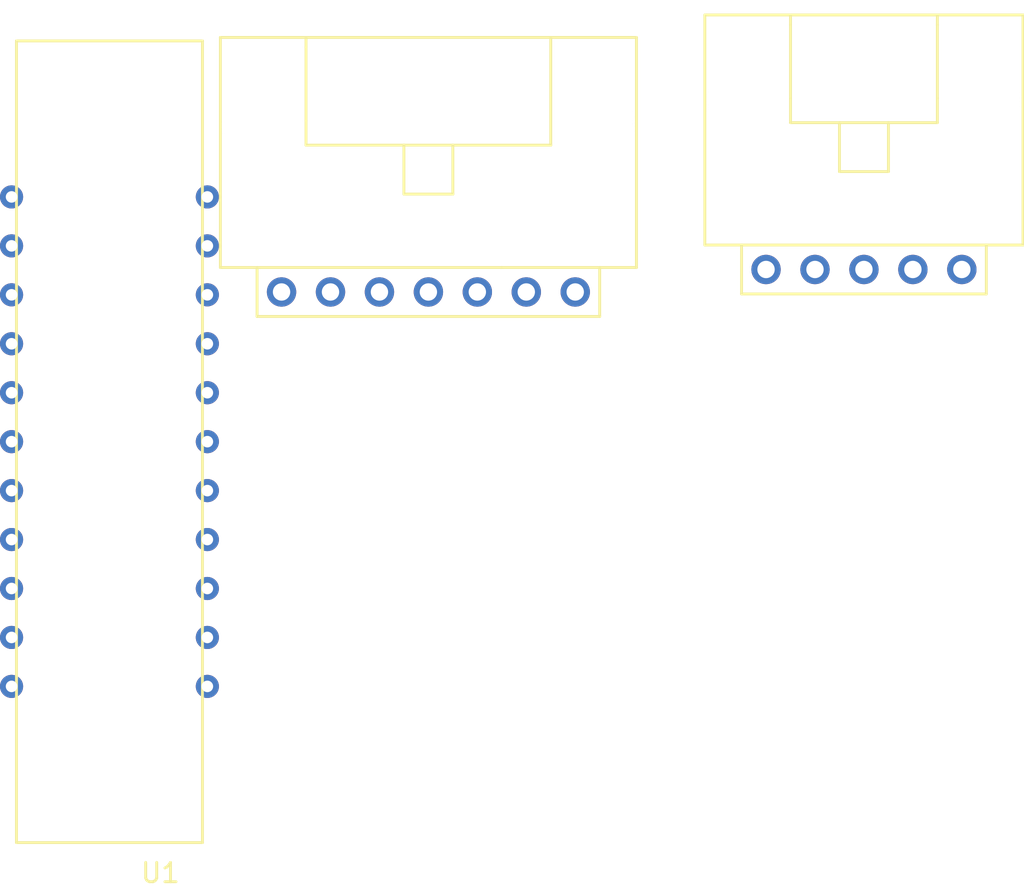
<source format=kicad_pcb>
(kicad_pcb (version 20171130) (host pcbnew "(5.0.2)-1")

  (general
    (thickness 1.6)
    (drawings 0)
    (tracks 0)
    (zones 0)
    (modules 3)
    (nets 9)
  )

  (page A4)
  (layers
    (0 F.Cu signal)
    (31 B.Cu signal)
    (32 B.Adhes user)
    (33 F.Adhes user)
    (34 B.Paste user)
    (35 F.Paste user)
    (36 B.SilkS user)
    (37 F.SilkS user)
    (38 B.Mask user)
    (39 F.Mask user)
    (40 Dwgs.User user)
    (41 Cmts.User user)
    (42 Eco1.User user)
    (43 Eco2.User user)
    (44 Edge.Cuts user)
    (45 Margin user)
    (46 B.CrtYd user)
    (47 F.CrtYd user)
    (48 B.Fab user)
    (49 F.Fab user)
  )

  (setup
    (last_trace_width 0.25)
    (trace_clearance 0.2)
    (zone_clearance 0.508)
    (zone_45_only no)
    (trace_min 0.2)
    (segment_width 0.2)
    (edge_width 0.15)
    (via_size 0.8)
    (via_drill 0.4)
    (via_min_size 0.4)
    (via_min_drill 0.3)
    (uvia_size 0.3)
    (uvia_drill 0.1)
    (uvias_allowed no)
    (uvia_min_size 0.2)
    (uvia_min_drill 0.1)
    (pcb_text_width 0.3)
    (pcb_text_size 1.5 1.5)
    (mod_edge_width 0.15)
    (mod_text_size 1 1)
    (mod_text_width 0.15)
    (pad_size 1.524 1.524)
    (pad_drill 0.762)
    (pad_to_mask_clearance 0.051)
    (solder_mask_min_width 0.25)
    (aux_axis_origin 0 0)
    (visible_elements 7FFFFFFF)
    (pcbplotparams
      (layerselection 0x010fc_ffffffff)
      (usegerberextensions false)
      (usegerberattributes false)
      (usegerberadvancedattributes false)
      (creategerberjobfile false)
      (excludeedgelayer true)
      (linewidth 0.100000)
      (plotframeref false)
      (viasonmask false)
      (mode 1)
      (useauxorigin false)
      (hpglpennumber 1)
      (hpglpenspeed 20)
      (hpglpendiameter 15.000000)
      (psnegative false)
      (psa4output false)
      (plotreference true)
      (plotvalue true)
      (plotinvisibletext false)
      (padsonsilk false)
      (subtractmaskfromsilk false)
      (outputformat 1)
      (mirror false)
      (drillshape 1)
      (scaleselection 1)
      (outputdirectory ""))
  )

  (net 0 "")
  (net 1 Sync2)
  (net 2 Sync1)
  (net 3 +3V3)
  (net 4 ICG)
  (net 5 SH)
  (net 6 M)
  (net 7 GND)
  (net 8 OS)

  (net_class Default "This is the default net class."
    (clearance 0.2)
    (trace_width 0.25)
    (via_dia 0.8)
    (via_drill 0.4)
    (uvia_dia 0.3)
    (uvia_drill 0.1)
    (add_net +3V3)
    (add_net GND)
    (add_net ICG)
    (add_net M)
    (add_net OS)
    (add_net SH)
    (add_net Sync1)
    (add_net Sync2)
  )

  (module MRDT_Connectors:MOLEX_SL_07_Horizontal (layer F.Cu) (tedit 5C22EB1C) (tstamp 5C90A893)
    (at 153.294001 62.482801)
    (path /5C83E06D)
    (fp_text reference Conn2 (at -6.35 2.54) (layer F.SilkS) hide
      (effects (font (size 1 1) (thickness 0.15)))
    )
    (fp_text value Molex_SL_07 (at 0 2.54) (layer F.Fab)
      (effects (font (size 1 1) (thickness 0.15)))
    )
    (fp_line (start -6.35 -13.208) (end -6.35 -12.7) (layer F.SilkS) (width 0.15))
    (fp_line (start -10.795 -13.208) (end 10.795 -13.208) (layer F.SilkS) (width 0.15))
    (fp_line (start -10.795 -1.27) (end -10.795 -13.208) (layer F.SilkS) (width 0.15))
    (fp_line (start 10.795 -1.27) (end 10.795 -13.208) (layer F.SilkS) (width 0.15))
    (fp_line (start 3.81 -1.27) (end 10.795 -1.27) (layer F.SilkS) (width 0.15))
    (fp_line (start -8.89 -1.27) (end -10.795 -1.27) (layer F.SilkS) (width 0.15))
    (fp_line (start -6.35 -8.89) (end -6.35 -7.62) (layer F.SilkS) (width 0.15))
    (fp_line (start -6.35 -7.62) (end 6.35 -7.62) (layer F.SilkS) (width 0.15))
    (fp_line (start 6.35 -7.62) (end 6.35 -13.208) (layer F.SilkS) (width 0.15))
    (fp_line (start -6.35 -8.89) (end -6.35 -12.7) (layer F.SilkS) (width 0.15))
    (fp_line (start -1.27 -7.62) (end -1.27 -5.08) (layer F.SilkS) (width 0.15))
    (fp_line (start -1.27 -5.08) (end 1.27 -5.08) (layer F.SilkS) (width 0.15))
    (fp_line (start 1.27 -5.08) (end 1.27 -7.62) (layer F.SilkS) (width 0.15))
    (fp_line (start -8.89 -1.27) (end 3.81 -1.27) (layer F.SilkS) (width 0.15))
    (fp_line (start 8.89 -1.27) (end 8.89 1.27) (layer F.SilkS) (width 0.15))
    (fp_line (start 8.89 1.27) (end -8.89 1.27) (layer F.SilkS) (width 0.15))
    (fp_line (start -8.89 1.27) (end -8.89 -1.27) (layer F.SilkS) (width 0.15))
    (pad 1 thru_hole circle (at -7.62 0) (size 1.524 1.524) (drill 0.9) (layers *.Cu *.Mask)
      (net 3 +3V3))
    (pad 2 thru_hole circle (at -5.08 0) (size 1.524 1.524) (drill 0.9) (layers *.Cu *.Mask)
      (net 1 Sync2))
    (pad 3 thru_hole circle (at -2.54 0) (size 1.524 1.524) (drill 0.9) (layers *.Cu *.Mask)
      (net 2 Sync1))
    (pad 4 thru_hole circle (at 0 0) (size 1.524 1.524) (drill 0.9) (layers *.Cu *.Mask)
      (net 4 ICG))
    (pad 5 thru_hole circle (at 2.54 0) (size 1.524 1.524) (drill 0.9) (layers *.Cu *.Mask)
      (net 5 SH))
    (pad "" np_thru_hole circle (at -8.89 -8.636) (size 3.45 3.45) (drill 3.45) (layers *.Cu *.Mask))
    (pad "" np_thru_hole circle (at 8.89 -8.636) (size 3.45 3.45) (drill 3.45) (layers *.Cu *.Mask))
    (pad 6 thru_hole circle (at 5.08 0) (size 1.524 1.524) (drill 0.9) (layers *.Cu *.Mask)
      (net 6 M))
    (pad 7 thru_hole circle (at 7.62 0) (size 1.524 1.524) (drill 0.9) (layers *.Cu *.Mask)
      (net 7 GND))
    (model "${MRDT_KICAD_LIBRARIES}/3D Files/MRDT_Connctors/Molex_SL_07_Horizontal.stp"
      (offset (xyz 10.15999984741211 12.95399980545044 0))
      (scale (xyz 1 1 1))
      (rotate (xyz 0 0 180))
    )
  )

  (module MRDT_Sensors:TCD-1304 (layer F.Cu) (tedit 5C83EE72) (tstamp 5C90A8B1)
    (at 131.919 49.4498)
    (path /5C83DD52)
    (fp_text reference U1 (at 7.4676 43.18) (layer F.SilkS)
      (effects (font (size 1 1) (thickness 0.15)))
    )
    (fp_text value TCD1304 (at 5.08 -1.27) (layer F.Fab)
      (effects (font (size 1 1) (thickness 0.15)))
    )
    (fp_line (start 0 41.6052) (end 0 0.0052) (layer F.SilkS) (width 0.15))
    (fp_line (start 0 41.6052) (end 9.65 41.6052) (layer F.SilkS) (width 0.15))
    (fp_line (start 0 0.0052) (end 9.65 0.0052) (layer F.SilkS) (width 0.15))
    (fp_line (start 9.65 41.6052) (end 9.65 0.0052) (layer F.SilkS) (width 0.15))
    (pad 1 thru_hole circle (at -0.255 8.1) (size 1.2 1.2) (drill 0.6) (layers *.Cu *.Mask)
      (net 3 +3V3))
    (pad 2 thru_hole circle (at -0.255 10.64) (size 1.2 1.2) (drill 0.6) (layers *.Cu *.Mask)
      (net 3 +3V3))
    (pad 3 thru_hole circle (at -0.255 13.18) (size 1.2 1.2) (drill 0.6) (layers *.Cu *.Mask)
      (net 4 ICG))
    (pad 4 thru_hole circle (at -0.255 15.72) (size 1.2 1.2) (drill 0.6) (layers *.Cu *.Mask)
      (net 6 M))
    (pad 5 thru_hole circle (at -0.255 18.26) (size 1.2 1.2) (drill 0.6) (layers *.Cu *.Mask)
      (net 5 SH))
    (pad 6 thru_hole circle (at -0.255 20.8) (size 1.2 1.2) (drill 0.6) (layers *.Cu *.Mask))
    (pad 7 thru_hole circle (at -0.255 23.34) (size 1.2 1.2) (drill 0.6) (layers *.Cu *.Mask))
    (pad 8 thru_hole circle (at -0.255 25.88) (size 1.2 1.2) (drill 0.6) (layers *.Cu *.Mask))
    (pad 9 thru_hole circle (at -0.255 28.42) (size 1.2 1.2) (drill 0.6) (layers *.Cu *.Mask))
    (pad 10 thru_hole circle (at -0.255 30.96) (size 1.2 1.2) (drill 0.6) (layers *.Cu *.Mask))
    (pad 11 thru_hole circle (at -0.255 33.5) (size 1.2 1.2) (drill 0.6) (layers *.Cu *.Mask))
    (pad 12 thru_hole circle (at 9.905 33.5) (size 1.2 1.2) (drill 0.6) (layers *.Cu *.Mask))
    (pad 13 thru_hole circle (at 9.905 30.96) (size 1.2 1.2) (drill 0.6) (layers *.Cu *.Mask))
    (pad 14 thru_hole circle (at 9.905 28.42) (size 1.2 1.2) (drill 0.6) (layers *.Cu *.Mask))
    (pad 15 thru_hole circle (at 9.905 25.88) (size 1.2 1.2) (drill 0.6) (layers *.Cu *.Mask))
    (pad 16 thru_hole circle (at 9.905 23.34) (size 1.2 1.2) (drill 0.6) (layers *.Cu *.Mask))
    (pad 17 thru_hole circle (at 9.905 20.8) (size 1.2 1.2) (drill 0.6) (layers *.Cu *.Mask))
    (pad 18 thru_hole circle (at 9.905 18.26) (size 1.2 1.2) (drill 0.6) (layers *.Cu *.Mask))
    (pad 19 thru_hole circle (at 9.905 15.72) (size 1.2 1.2) (drill 0.6) (layers *.Cu *.Mask))
    (pad 20 thru_hole circle (at 9.905 13.18) (size 1.2 1.2) (drill 0.6) (layers *.Cu *.Mask))
    (pad 21 thru_hole circle (at 9.905 10.64) (size 1.2 1.2) (drill 0.6) (layers *.Cu *.Mask)
      (net 8 OS))
    (pad 22 thru_hole circle (at 9.905 8.1) (size 1.2 1.2) (drill 0.6) (layers *.Cu *.Mask)
      (net 7 GND))
  )

  (module MRDT_Connectors:MOLEX_SL_05_Horizontal (layer F.Cu) (tedit 5C22EAF3) (tstamp 5C8430E2)
    (at 175.895 61.3156)
    (path /5C83E20B)
    (fp_text reference Conn1 (at -3.81 2.54) (layer F.SilkS) hide
      (effects (font (size 1 1) (thickness 0.15)))
    )
    (fp_text value Molex_SL_05 (at 0 2.54) (layer F.Fab)
      (effects (font (size 1 1) (thickness 0.15)))
    )
    (fp_line (start -3.81 -13.208) (end -3.81 -12.7) (layer F.SilkS) (width 0.15))
    (fp_line (start 3.81 -12.7) (end 3.81 -13.208) (layer F.SilkS) (width 0.15))
    (fp_line (start -8.255 -13.208) (end 8.255 -13.208) (layer F.SilkS) (width 0.15))
    (fp_line (start -8.255 -1.27) (end -8.255 -13.208) (layer F.SilkS) (width 0.15))
    (fp_line (start 8.255 -1.27) (end 8.255 -13.208) (layer F.SilkS) (width 0.15))
    (fp_line (start 6.35 -1.27) (end 8.255 -1.27) (layer F.SilkS) (width 0.15))
    (fp_line (start -6.35 -1.27) (end -8.255 -1.27) (layer F.SilkS) (width 0.15))
    (fp_line (start -3.81 -8.89) (end -3.81 -7.62) (layer F.SilkS) (width 0.15))
    (fp_line (start -3.81 -7.62) (end 3.81 -7.62) (layer F.SilkS) (width 0.15))
    (fp_line (start 3.81 -7.62) (end 3.81 -8.89) (layer F.SilkS) (width 0.15))
    (fp_line (start 3.81 -8.89) (end 3.81 -12.7) (layer F.SilkS) (width 0.15))
    (fp_line (start -3.81 -8.89) (end -3.81 -12.7) (layer F.SilkS) (width 0.15))
    (fp_line (start -1.27 -7.62) (end -1.27 -5.08) (layer F.SilkS) (width 0.15))
    (fp_line (start -1.27 -5.08) (end 1.27 -5.08) (layer F.SilkS) (width 0.15))
    (fp_line (start 1.27 -5.08) (end 1.27 -7.62) (layer F.SilkS) (width 0.15))
    (fp_line (start -6.35 -1.27) (end 6.35 -1.27) (layer F.SilkS) (width 0.15))
    (fp_line (start 6.35 -1.27) (end 6.35 1.27) (layer F.SilkS) (width 0.15))
    (fp_line (start 6.35 1.27) (end -6.35 1.27) (layer F.SilkS) (width 0.15))
    (fp_line (start -6.35 1.27) (end -6.35 -1.27) (layer F.SilkS) (width 0.15))
    (pad 1 thru_hole circle (at -5.08 0) (size 1.524 1.524) (drill 0.9) (layers *.Cu *.Mask)
      (net 3 +3V3))
    (pad 2 thru_hole circle (at -2.54 0) (size 1.524 1.524) (drill 0.9) (layers *.Cu *.Mask)
      (net 1 Sync2))
    (pad 3 thru_hole circle (at 0 0) (size 1.524 1.524) (drill 0.9) (layers *.Cu *.Mask)
      (net 2 Sync1))
    (pad 4 thru_hole circle (at 2.54 0) (size 1.524 1.524) (drill 0.9) (layers *.Cu *.Mask)
      (net 8 OS))
    (pad 5 thru_hole circle (at 5.08 0) (size 1.524 1.524) (drill 0.9) (layers *.Cu *.Mask)
      (net 7 GND))
    (pad "" np_thru_hole circle (at -6.35 -8.636) (size 3.45 3.45) (drill 3.45) (layers *.Cu *.Mask))
    (pad "" np_thru_hole circle (at 6.35 -8.636) (size 3.45 3.45) (drill 3.45) (layers *.Cu *.Mask))
    (model "${MRDT_KICAD_LIBRARIES}/3D Files/MRDT_Connctors/Molex_SL_05_Horizontal.stp"
      (offset (xyz 7.619999885559082 12.95399980545044 0))
      (scale (xyz 1 1 1))
      (rotate (xyz 0 0 180))
    )
  )

)

</source>
